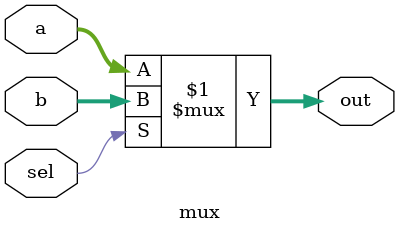
<source format=v>
module mux( 
input [4:0] a, b,
input sel,
output [4:0] out );
// When sel=0, assign a to out. 
// When sel=1, assign b to out.
// When sel=2, do nothing.
// When sel=3, do nothing.

assign out = sel ? b : a;

endmodule

</source>
